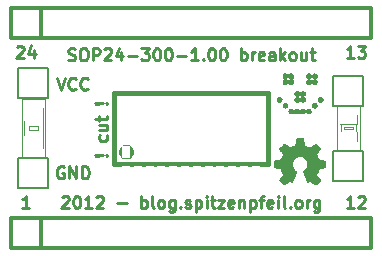
<source format=gto>
G04 (created by PCBNEW-RS274X (2012-jan-04)-stable) date Sun 02 Sep 2012 08:45:38 PM CEST*
G01*
G70*
G90*
%MOIN*%
G04 Gerber Fmt 3.4, Leading zero omitted, Abs format*
%FSLAX34Y34*%
G04 APERTURE LIST*
%ADD10C,0.006000*%
%ADD11C,0.010000*%
%ADD12C,0.002600*%
%ADD13C,0.002000*%
%ADD14C,0.004000*%
%ADD15C,0.012000*%
%ADD16C,0.015000*%
%ADD17C,0.000100*%
%ADD18R,0.059000X0.051100*%
%ADD19R,0.070800X0.062900*%
%ADD20R,0.060000X0.060000*%
%ADD21R,0.065000X0.065000*%
%ADD22C,0.065000*%
%ADD23R,0.025600X0.063000*%
%ADD24R,0.025600X0.039400*%
G04 APERTURE END LIST*
G54D10*
G54D11*
X54672Y-38407D02*
X54691Y-38388D01*
X54710Y-38407D01*
X54691Y-38426D01*
X54672Y-38407D01*
X54710Y-38407D01*
X54558Y-38407D02*
X54329Y-38426D01*
X54310Y-38407D01*
X54329Y-38388D01*
X54558Y-38407D01*
X54310Y-38407D01*
X54691Y-37740D02*
X54710Y-37778D01*
X54710Y-37855D01*
X54691Y-37893D01*
X54672Y-37912D01*
X54634Y-37931D01*
X54519Y-37931D01*
X54481Y-37912D01*
X54462Y-37893D01*
X54443Y-37855D01*
X54443Y-37778D01*
X54462Y-37740D01*
X54443Y-37397D02*
X54710Y-37397D01*
X54443Y-37569D02*
X54653Y-37569D01*
X54691Y-37550D01*
X54710Y-37512D01*
X54710Y-37454D01*
X54691Y-37416D01*
X54672Y-37397D01*
X54443Y-37264D02*
X54443Y-37112D01*
X54310Y-37207D02*
X54653Y-37207D01*
X54691Y-37188D01*
X54710Y-37150D01*
X54710Y-37112D01*
X54672Y-36673D02*
X54691Y-36654D01*
X54710Y-36673D01*
X54691Y-36692D01*
X54672Y-36673D01*
X54710Y-36673D01*
X54558Y-36673D02*
X54329Y-36692D01*
X54310Y-36673D01*
X54329Y-36654D01*
X54558Y-36673D01*
X54310Y-36673D01*
X53259Y-38797D02*
X53221Y-38778D01*
X53164Y-38778D01*
X53106Y-38797D01*
X53068Y-38835D01*
X53049Y-38873D01*
X53030Y-38949D01*
X53030Y-39006D01*
X53049Y-39083D01*
X53068Y-39121D01*
X53106Y-39159D01*
X53164Y-39178D01*
X53202Y-39178D01*
X53259Y-39159D01*
X53278Y-39140D01*
X53278Y-39006D01*
X53202Y-39006D01*
X53449Y-39178D02*
X53449Y-38778D01*
X53678Y-39178D01*
X53678Y-38778D01*
X53868Y-39178D02*
X53868Y-38778D01*
X53963Y-38778D01*
X54021Y-38797D01*
X54059Y-38835D01*
X54078Y-38873D01*
X54097Y-38949D01*
X54097Y-39006D01*
X54078Y-39083D01*
X54059Y-39121D01*
X54021Y-39159D01*
X53963Y-39178D01*
X53868Y-39178D01*
X53030Y-35825D02*
X53163Y-36225D01*
X53297Y-35825D01*
X53659Y-36187D02*
X53640Y-36206D01*
X53583Y-36225D01*
X53545Y-36225D01*
X53487Y-36206D01*
X53449Y-36168D01*
X53430Y-36130D01*
X53411Y-36053D01*
X53411Y-35996D01*
X53430Y-35920D01*
X53449Y-35882D01*
X53487Y-35844D01*
X53545Y-35825D01*
X53583Y-35825D01*
X53640Y-35844D01*
X53659Y-35863D01*
X54059Y-36187D02*
X54040Y-36206D01*
X53983Y-36225D01*
X53945Y-36225D01*
X53887Y-36206D01*
X53849Y-36168D01*
X53830Y-36130D01*
X53811Y-36053D01*
X53811Y-35996D01*
X53830Y-35920D01*
X53849Y-35882D01*
X53887Y-35844D01*
X53945Y-35825D01*
X53983Y-35825D01*
X54040Y-35844D01*
X54059Y-35863D01*
X53204Y-39800D02*
X53223Y-39781D01*
X53261Y-39762D01*
X53357Y-39762D01*
X53395Y-39781D01*
X53414Y-39800D01*
X53433Y-39838D01*
X53433Y-39876D01*
X53414Y-39933D01*
X53185Y-40162D01*
X53433Y-40162D01*
X53680Y-39762D02*
X53719Y-39762D01*
X53757Y-39781D01*
X53776Y-39800D01*
X53795Y-39838D01*
X53814Y-39914D01*
X53814Y-40010D01*
X53795Y-40086D01*
X53776Y-40124D01*
X53757Y-40143D01*
X53719Y-40162D01*
X53680Y-40162D01*
X53642Y-40143D01*
X53623Y-40124D01*
X53604Y-40086D01*
X53585Y-40010D01*
X53585Y-39914D01*
X53604Y-39838D01*
X53623Y-39800D01*
X53642Y-39781D01*
X53680Y-39762D01*
X54195Y-40162D02*
X53966Y-40162D01*
X54080Y-40162D02*
X54080Y-39762D01*
X54042Y-39819D01*
X54004Y-39857D01*
X53966Y-39876D01*
X54347Y-39800D02*
X54366Y-39781D01*
X54404Y-39762D01*
X54500Y-39762D01*
X54538Y-39781D01*
X54557Y-39800D01*
X54576Y-39838D01*
X54576Y-39876D01*
X54557Y-39933D01*
X54328Y-40162D01*
X54576Y-40162D01*
X55052Y-40010D02*
X55357Y-40010D01*
X55852Y-40162D02*
X55852Y-39762D01*
X55852Y-39914D02*
X55890Y-39895D01*
X55967Y-39895D01*
X56005Y-39914D01*
X56024Y-39933D01*
X56043Y-39971D01*
X56043Y-40086D01*
X56024Y-40124D01*
X56005Y-40143D01*
X55967Y-40162D01*
X55890Y-40162D01*
X55852Y-40143D01*
X56271Y-40162D02*
X56233Y-40143D01*
X56214Y-40105D01*
X56214Y-39762D01*
X56481Y-40162D02*
X56443Y-40143D01*
X56424Y-40124D01*
X56405Y-40086D01*
X56405Y-39971D01*
X56424Y-39933D01*
X56443Y-39914D01*
X56481Y-39895D01*
X56539Y-39895D01*
X56577Y-39914D01*
X56596Y-39933D01*
X56615Y-39971D01*
X56615Y-40086D01*
X56596Y-40124D01*
X56577Y-40143D01*
X56539Y-40162D01*
X56481Y-40162D01*
X56958Y-39895D02*
X56958Y-40219D01*
X56939Y-40257D01*
X56920Y-40276D01*
X56881Y-40295D01*
X56824Y-40295D01*
X56786Y-40276D01*
X56958Y-40143D02*
X56920Y-40162D01*
X56843Y-40162D01*
X56805Y-40143D01*
X56786Y-40124D01*
X56767Y-40086D01*
X56767Y-39971D01*
X56786Y-39933D01*
X56805Y-39914D01*
X56843Y-39895D01*
X56920Y-39895D01*
X56958Y-39914D01*
X57148Y-40124D02*
X57167Y-40143D01*
X57148Y-40162D01*
X57129Y-40143D01*
X57148Y-40124D01*
X57148Y-40162D01*
X57319Y-40143D02*
X57357Y-40162D01*
X57433Y-40162D01*
X57472Y-40143D01*
X57491Y-40105D01*
X57491Y-40086D01*
X57472Y-40048D01*
X57433Y-40029D01*
X57376Y-40029D01*
X57338Y-40010D01*
X57319Y-39971D01*
X57319Y-39952D01*
X57338Y-39914D01*
X57376Y-39895D01*
X57433Y-39895D01*
X57472Y-39914D01*
X57662Y-39895D02*
X57662Y-40295D01*
X57662Y-39914D02*
X57700Y-39895D01*
X57777Y-39895D01*
X57815Y-39914D01*
X57834Y-39933D01*
X57853Y-39971D01*
X57853Y-40086D01*
X57834Y-40124D01*
X57815Y-40143D01*
X57777Y-40162D01*
X57700Y-40162D01*
X57662Y-40143D01*
X58024Y-40162D02*
X58024Y-39895D01*
X58024Y-39762D02*
X58005Y-39781D01*
X58024Y-39800D01*
X58043Y-39781D01*
X58024Y-39762D01*
X58024Y-39800D01*
X58157Y-39895D02*
X58309Y-39895D01*
X58214Y-39762D02*
X58214Y-40105D01*
X58233Y-40143D01*
X58271Y-40162D01*
X58309Y-40162D01*
X58405Y-39895D02*
X58615Y-39895D01*
X58405Y-40162D01*
X58615Y-40162D01*
X58920Y-40143D02*
X58882Y-40162D01*
X58805Y-40162D01*
X58767Y-40143D01*
X58748Y-40105D01*
X58748Y-39952D01*
X58767Y-39914D01*
X58805Y-39895D01*
X58882Y-39895D01*
X58920Y-39914D01*
X58939Y-39952D01*
X58939Y-39990D01*
X58748Y-40029D01*
X59110Y-39895D02*
X59110Y-40162D01*
X59110Y-39933D02*
X59129Y-39914D01*
X59167Y-39895D01*
X59225Y-39895D01*
X59263Y-39914D01*
X59282Y-39952D01*
X59282Y-40162D01*
X59472Y-39895D02*
X59472Y-40295D01*
X59472Y-39914D02*
X59510Y-39895D01*
X59587Y-39895D01*
X59625Y-39914D01*
X59644Y-39933D01*
X59663Y-39971D01*
X59663Y-40086D01*
X59644Y-40124D01*
X59625Y-40143D01*
X59587Y-40162D01*
X59510Y-40162D01*
X59472Y-40143D01*
X59777Y-39895D02*
X59929Y-39895D01*
X59834Y-40162D02*
X59834Y-39819D01*
X59853Y-39781D01*
X59891Y-39762D01*
X59929Y-39762D01*
X60216Y-40143D02*
X60178Y-40162D01*
X60101Y-40162D01*
X60063Y-40143D01*
X60044Y-40105D01*
X60044Y-39952D01*
X60063Y-39914D01*
X60101Y-39895D01*
X60178Y-39895D01*
X60216Y-39914D01*
X60235Y-39952D01*
X60235Y-39990D01*
X60044Y-40029D01*
X60406Y-40162D02*
X60406Y-39895D01*
X60406Y-39762D02*
X60387Y-39781D01*
X60406Y-39800D01*
X60425Y-39781D01*
X60406Y-39762D01*
X60406Y-39800D01*
X60653Y-40162D02*
X60615Y-40143D01*
X60596Y-40105D01*
X60596Y-39762D01*
X60806Y-40124D02*
X60825Y-40143D01*
X60806Y-40162D01*
X60787Y-40143D01*
X60806Y-40124D01*
X60806Y-40162D01*
X61053Y-40162D02*
X61015Y-40143D01*
X60996Y-40124D01*
X60977Y-40086D01*
X60977Y-39971D01*
X60996Y-39933D01*
X61015Y-39914D01*
X61053Y-39895D01*
X61111Y-39895D01*
X61149Y-39914D01*
X61168Y-39933D01*
X61187Y-39971D01*
X61187Y-40086D01*
X61168Y-40124D01*
X61149Y-40143D01*
X61111Y-40162D01*
X61053Y-40162D01*
X61358Y-40162D02*
X61358Y-39895D01*
X61358Y-39971D02*
X61377Y-39933D01*
X61396Y-39914D01*
X61434Y-39895D01*
X61473Y-39895D01*
X61778Y-39895D02*
X61778Y-40219D01*
X61759Y-40257D01*
X61740Y-40276D01*
X61701Y-40295D01*
X61644Y-40295D01*
X61606Y-40276D01*
X61778Y-40143D02*
X61740Y-40162D01*
X61663Y-40162D01*
X61625Y-40143D01*
X61606Y-40124D01*
X61587Y-40086D01*
X61587Y-39971D01*
X61606Y-39933D01*
X61625Y-39914D01*
X61663Y-39895D01*
X61740Y-39895D01*
X61778Y-39914D01*
X53414Y-35222D02*
X53471Y-35241D01*
X53567Y-35241D01*
X53605Y-35222D01*
X53624Y-35203D01*
X53643Y-35165D01*
X53643Y-35127D01*
X53624Y-35089D01*
X53605Y-35069D01*
X53567Y-35050D01*
X53490Y-35031D01*
X53452Y-35012D01*
X53433Y-34993D01*
X53414Y-34955D01*
X53414Y-34917D01*
X53433Y-34879D01*
X53452Y-34860D01*
X53490Y-34841D01*
X53586Y-34841D01*
X53643Y-34860D01*
X53890Y-34841D02*
X53967Y-34841D01*
X54005Y-34860D01*
X54043Y-34898D01*
X54062Y-34974D01*
X54062Y-35108D01*
X54043Y-35184D01*
X54005Y-35222D01*
X53967Y-35241D01*
X53890Y-35241D01*
X53852Y-35222D01*
X53814Y-35184D01*
X53795Y-35108D01*
X53795Y-34974D01*
X53814Y-34898D01*
X53852Y-34860D01*
X53890Y-34841D01*
X54233Y-35241D02*
X54233Y-34841D01*
X54386Y-34841D01*
X54424Y-34860D01*
X54443Y-34879D01*
X54462Y-34917D01*
X54462Y-34974D01*
X54443Y-35012D01*
X54424Y-35031D01*
X54386Y-35050D01*
X54233Y-35050D01*
X54614Y-34879D02*
X54633Y-34860D01*
X54671Y-34841D01*
X54767Y-34841D01*
X54805Y-34860D01*
X54824Y-34879D01*
X54843Y-34917D01*
X54843Y-34955D01*
X54824Y-35012D01*
X54595Y-35241D01*
X54843Y-35241D01*
X55186Y-34974D02*
X55186Y-35241D01*
X55090Y-34822D02*
X54995Y-35108D01*
X55243Y-35108D01*
X55395Y-35089D02*
X55700Y-35089D01*
X55852Y-34841D02*
X56100Y-34841D01*
X55966Y-34993D01*
X56024Y-34993D01*
X56062Y-35012D01*
X56081Y-35031D01*
X56100Y-35069D01*
X56100Y-35165D01*
X56081Y-35203D01*
X56062Y-35222D01*
X56024Y-35241D01*
X55909Y-35241D01*
X55871Y-35222D01*
X55852Y-35203D01*
X56347Y-34841D02*
X56386Y-34841D01*
X56424Y-34860D01*
X56443Y-34879D01*
X56462Y-34917D01*
X56481Y-34993D01*
X56481Y-35089D01*
X56462Y-35165D01*
X56443Y-35203D01*
X56424Y-35222D01*
X56386Y-35241D01*
X56347Y-35241D01*
X56309Y-35222D01*
X56290Y-35203D01*
X56271Y-35165D01*
X56252Y-35089D01*
X56252Y-34993D01*
X56271Y-34917D01*
X56290Y-34879D01*
X56309Y-34860D01*
X56347Y-34841D01*
X56728Y-34841D02*
X56767Y-34841D01*
X56805Y-34860D01*
X56824Y-34879D01*
X56843Y-34917D01*
X56862Y-34993D01*
X56862Y-35089D01*
X56843Y-35165D01*
X56824Y-35203D01*
X56805Y-35222D01*
X56767Y-35241D01*
X56728Y-35241D01*
X56690Y-35222D01*
X56671Y-35203D01*
X56652Y-35165D01*
X56633Y-35089D01*
X56633Y-34993D01*
X56652Y-34917D01*
X56671Y-34879D01*
X56690Y-34860D01*
X56728Y-34841D01*
X57033Y-35089D02*
X57338Y-35089D01*
X57738Y-35241D02*
X57509Y-35241D01*
X57623Y-35241D02*
X57623Y-34841D01*
X57585Y-34898D01*
X57547Y-34936D01*
X57509Y-34955D01*
X57909Y-35203D02*
X57928Y-35222D01*
X57909Y-35241D01*
X57890Y-35222D01*
X57909Y-35203D01*
X57909Y-35241D01*
X58175Y-34841D02*
X58214Y-34841D01*
X58252Y-34860D01*
X58271Y-34879D01*
X58290Y-34917D01*
X58309Y-34993D01*
X58309Y-35089D01*
X58290Y-35165D01*
X58271Y-35203D01*
X58252Y-35222D01*
X58214Y-35241D01*
X58175Y-35241D01*
X58137Y-35222D01*
X58118Y-35203D01*
X58099Y-35165D01*
X58080Y-35089D01*
X58080Y-34993D01*
X58099Y-34917D01*
X58118Y-34879D01*
X58137Y-34860D01*
X58175Y-34841D01*
X58556Y-34841D02*
X58595Y-34841D01*
X58633Y-34860D01*
X58652Y-34879D01*
X58671Y-34917D01*
X58690Y-34993D01*
X58690Y-35089D01*
X58671Y-35165D01*
X58652Y-35203D01*
X58633Y-35222D01*
X58595Y-35241D01*
X58556Y-35241D01*
X58518Y-35222D01*
X58499Y-35203D01*
X58480Y-35165D01*
X58461Y-35089D01*
X58461Y-34993D01*
X58480Y-34917D01*
X58499Y-34879D01*
X58518Y-34860D01*
X58556Y-34841D01*
X59166Y-35241D02*
X59166Y-34841D01*
X59166Y-34993D02*
X59204Y-34974D01*
X59281Y-34974D01*
X59319Y-34993D01*
X59338Y-35012D01*
X59357Y-35050D01*
X59357Y-35165D01*
X59338Y-35203D01*
X59319Y-35222D01*
X59281Y-35241D01*
X59204Y-35241D01*
X59166Y-35222D01*
X59528Y-35241D02*
X59528Y-34974D01*
X59528Y-35050D02*
X59547Y-35012D01*
X59566Y-34993D01*
X59604Y-34974D01*
X59643Y-34974D01*
X59929Y-35222D02*
X59891Y-35241D01*
X59814Y-35241D01*
X59776Y-35222D01*
X59757Y-35184D01*
X59757Y-35031D01*
X59776Y-34993D01*
X59814Y-34974D01*
X59891Y-34974D01*
X59929Y-34993D01*
X59948Y-35031D01*
X59948Y-35069D01*
X59757Y-35108D01*
X60291Y-35241D02*
X60291Y-35031D01*
X60272Y-34993D01*
X60234Y-34974D01*
X60157Y-34974D01*
X60119Y-34993D01*
X60291Y-35222D02*
X60253Y-35241D01*
X60157Y-35241D01*
X60119Y-35222D01*
X60100Y-35184D01*
X60100Y-35146D01*
X60119Y-35108D01*
X60157Y-35089D01*
X60253Y-35089D01*
X60291Y-35069D01*
X60481Y-35241D02*
X60481Y-34841D01*
X60519Y-35089D02*
X60634Y-35241D01*
X60634Y-34974D02*
X60481Y-35127D01*
X60862Y-35241D02*
X60824Y-35222D01*
X60805Y-35203D01*
X60786Y-35165D01*
X60786Y-35050D01*
X60805Y-35012D01*
X60824Y-34993D01*
X60862Y-34974D01*
X60920Y-34974D01*
X60958Y-34993D01*
X60977Y-35012D01*
X60996Y-35050D01*
X60996Y-35165D01*
X60977Y-35203D01*
X60958Y-35222D01*
X60920Y-35241D01*
X60862Y-35241D01*
X61339Y-34974D02*
X61339Y-35241D01*
X61167Y-34974D02*
X61167Y-35184D01*
X61186Y-35222D01*
X61224Y-35241D01*
X61282Y-35241D01*
X61320Y-35222D01*
X61339Y-35203D01*
X61472Y-34974D02*
X61624Y-34974D01*
X61529Y-34841D02*
X61529Y-35184D01*
X61548Y-35222D01*
X61586Y-35241D01*
X61624Y-35241D01*
X51695Y-34800D02*
X51714Y-34781D01*
X51752Y-34762D01*
X51848Y-34762D01*
X51886Y-34781D01*
X51905Y-34800D01*
X51924Y-34838D01*
X51924Y-34876D01*
X51905Y-34933D01*
X51676Y-35162D01*
X51924Y-35162D01*
X52267Y-34895D02*
X52267Y-35162D01*
X52171Y-34743D02*
X52076Y-35029D01*
X52324Y-35029D01*
X62924Y-35162D02*
X62695Y-35162D01*
X62809Y-35162D02*
X62809Y-34762D01*
X62771Y-34819D01*
X62733Y-34857D01*
X62695Y-34876D01*
X63057Y-34762D02*
X63305Y-34762D01*
X63171Y-34914D01*
X63229Y-34914D01*
X63267Y-34933D01*
X63286Y-34952D01*
X63305Y-34990D01*
X63305Y-35086D01*
X63286Y-35124D01*
X63267Y-35143D01*
X63229Y-35162D01*
X63114Y-35162D01*
X63076Y-35143D01*
X63057Y-35124D01*
X62924Y-40162D02*
X62695Y-40162D01*
X62809Y-40162D02*
X62809Y-39762D01*
X62771Y-39819D01*
X62733Y-39857D01*
X62695Y-39876D01*
X63076Y-39800D02*
X63095Y-39781D01*
X63133Y-39762D01*
X63229Y-39762D01*
X63267Y-39781D01*
X63286Y-39800D01*
X63305Y-39838D01*
X63305Y-39876D01*
X63286Y-39933D01*
X63057Y-40162D01*
X63305Y-40162D01*
X52115Y-40162D02*
X51886Y-40162D01*
X52000Y-40162D02*
X52000Y-39762D01*
X51962Y-39819D01*
X51924Y-39857D01*
X51886Y-39876D01*
G54D12*
X62465Y-37071D02*
X62465Y-37366D01*
X62465Y-37366D02*
X63035Y-37366D01*
X63035Y-37071D02*
X63035Y-37366D01*
X62465Y-37071D02*
X63035Y-37071D01*
X62465Y-37640D02*
X62465Y-37935D01*
X62465Y-37935D02*
X63035Y-37935D01*
X63035Y-37640D02*
X63035Y-37935D01*
X62465Y-37640D02*
X63035Y-37640D01*
X62593Y-37461D02*
X62593Y-37539D01*
X62593Y-37539D02*
X62907Y-37539D01*
X62907Y-37461D02*
X62907Y-37539D01*
X62593Y-37461D02*
X62907Y-37461D01*
G54D13*
X63137Y-36724D02*
X63137Y-38276D01*
X62363Y-38276D02*
X62363Y-36724D01*
X62363Y-36724D02*
X63137Y-36724D01*
G54D14*
X63009Y-37350D02*
X63009Y-37650D01*
X62491Y-37360D02*
X62491Y-37650D01*
G54D13*
X63137Y-38276D02*
X62363Y-38276D01*
G54D12*
X51915Y-36830D02*
X51915Y-37126D01*
X51915Y-37126D02*
X52584Y-37126D01*
X52584Y-36830D02*
X52584Y-37126D01*
X51915Y-36830D02*
X52584Y-36830D01*
X51916Y-37874D02*
X51916Y-38170D01*
X51916Y-38170D02*
X52585Y-38170D01*
X52585Y-37874D02*
X52585Y-38170D01*
X51916Y-37874D02*
X52585Y-37874D01*
X52093Y-37422D02*
X52093Y-37578D01*
X52093Y-37578D02*
X52407Y-37578D01*
X52407Y-37422D02*
X52407Y-37578D01*
X52093Y-37422D02*
X52407Y-37422D01*
G54D13*
X52637Y-36527D02*
X52637Y-38473D01*
X51863Y-38473D02*
X51863Y-36527D01*
X51863Y-36527D02*
X52637Y-36527D01*
X52637Y-38473D02*
X51863Y-38473D01*
G54D14*
X52559Y-37121D02*
X52559Y-37879D01*
X51941Y-37121D02*
X51941Y-37879D01*
G54D10*
X52750Y-36500D02*
X51750Y-36500D01*
X51750Y-35500D02*
X52750Y-35500D01*
X51750Y-36500D02*
X51750Y-35500D01*
X52750Y-35500D02*
X52750Y-36500D01*
X63250Y-36750D02*
X62250Y-36750D01*
X62250Y-35750D02*
X63250Y-35750D01*
X62250Y-36750D02*
X62250Y-35750D01*
X63250Y-35750D02*
X63250Y-36750D01*
X52750Y-39500D02*
X51750Y-39500D01*
X51750Y-38500D02*
X52750Y-38500D01*
X51750Y-39500D02*
X51750Y-38500D01*
X52750Y-38500D02*
X52750Y-39500D01*
X63250Y-39250D02*
X62250Y-39250D01*
X62250Y-38250D02*
X63250Y-38250D01*
X62250Y-39250D02*
X62250Y-38250D01*
X63250Y-38250D02*
X63250Y-39250D01*
G54D15*
X51500Y-34500D02*
X51500Y-34500D01*
X51500Y-34500D02*
X51500Y-33500D01*
X51500Y-33500D02*
X61500Y-33500D01*
X61500Y-34500D02*
X51500Y-34500D01*
X52500Y-34500D02*
X52500Y-33500D01*
X61500Y-33500D02*
X63250Y-33500D01*
X63250Y-33500D02*
X63500Y-33500D01*
X63500Y-33500D02*
X63500Y-34500D01*
X63500Y-34500D02*
X61500Y-34500D01*
X51500Y-41500D02*
X51500Y-41500D01*
X51500Y-41500D02*
X51500Y-40500D01*
X51500Y-40500D02*
X61500Y-40500D01*
X61500Y-41500D02*
X51500Y-41500D01*
X52500Y-41500D02*
X52500Y-40500D01*
X61500Y-40500D02*
X63250Y-40500D01*
X63250Y-40500D02*
X63500Y-40500D01*
X63500Y-40500D02*
X63500Y-41500D01*
X63500Y-41500D02*
X61500Y-41500D01*
G54D16*
X55492Y-38287D02*
X55489Y-38317D01*
X55480Y-38346D01*
X55465Y-38373D01*
X55446Y-38397D01*
X55422Y-38417D01*
X55395Y-38431D01*
X55366Y-38440D01*
X55336Y-38443D01*
X55306Y-38441D01*
X55277Y-38432D01*
X55250Y-38418D01*
X55226Y-38399D01*
X55206Y-38375D01*
X55191Y-38348D01*
X55182Y-38319D01*
X55179Y-38289D01*
X55181Y-38259D01*
X55190Y-38230D01*
X55204Y-38202D01*
X55223Y-38178D01*
X55246Y-38159D01*
X55273Y-38144D01*
X55302Y-38134D01*
X55332Y-38131D01*
X55362Y-38133D01*
X55391Y-38141D01*
X55419Y-38155D01*
X55443Y-38174D01*
X55463Y-38197D01*
X55478Y-38224D01*
X55488Y-38253D01*
X55491Y-38283D01*
X55492Y-38287D01*
X55413Y-38288D02*
X55411Y-38303D01*
X55407Y-38317D01*
X55399Y-38331D01*
X55390Y-38342D01*
X55378Y-38352D01*
X55365Y-38359D01*
X55350Y-38364D01*
X55335Y-38365D01*
X55321Y-38364D01*
X55306Y-38360D01*
X55293Y-38353D01*
X55281Y-38343D01*
X55271Y-38332D01*
X55264Y-38318D01*
X55259Y-38304D01*
X55258Y-38289D01*
X55259Y-38274D01*
X55263Y-38260D01*
X55270Y-38246D01*
X55279Y-38234D01*
X55291Y-38224D01*
X55304Y-38217D01*
X55319Y-38212D01*
X55334Y-38211D01*
X55348Y-38212D01*
X55363Y-38216D01*
X55376Y-38223D01*
X55388Y-38232D01*
X55398Y-38244D01*
X55406Y-38257D01*
X55411Y-38271D01*
X55412Y-38286D01*
X55413Y-38288D01*
X54941Y-36319D02*
X60059Y-36319D01*
X60059Y-36319D02*
X60059Y-38681D01*
X60059Y-38681D02*
X54941Y-38681D01*
X54941Y-38681D02*
X54941Y-36319D01*
G54D17*
G36*
X60611Y-39409D02*
X60620Y-39404D01*
X60641Y-39391D01*
X60670Y-39372D01*
X60705Y-39349D01*
X60739Y-39325D01*
X60768Y-39306D01*
X60788Y-39293D01*
X60796Y-39289D01*
X60801Y-39290D01*
X60817Y-39298D01*
X60841Y-39311D01*
X60855Y-39318D01*
X60877Y-39327D01*
X60888Y-39329D01*
X60890Y-39326D01*
X60898Y-39310D01*
X60910Y-39281D01*
X60927Y-39243D01*
X60946Y-39198D01*
X60966Y-39150D01*
X60987Y-39102D01*
X61006Y-39055D01*
X61023Y-39013D01*
X61037Y-38979D01*
X61046Y-38955D01*
X61049Y-38945D01*
X61048Y-38943D01*
X61037Y-38932D01*
X61018Y-38918D01*
X60977Y-38884D01*
X60936Y-38833D01*
X60911Y-38775D01*
X60902Y-38710D01*
X60909Y-38651D01*
X60933Y-38594D01*
X60973Y-38542D01*
X61022Y-38504D01*
X61078Y-38479D01*
X61142Y-38471D01*
X61203Y-38478D01*
X61261Y-38501D01*
X61313Y-38541D01*
X61335Y-38566D01*
X61365Y-38618D01*
X61382Y-38674D01*
X61384Y-38688D01*
X61381Y-38750D01*
X61363Y-38809D01*
X61331Y-38861D01*
X61286Y-38905D01*
X61280Y-38909D01*
X61259Y-38924D01*
X61245Y-38935D01*
X61234Y-38944D01*
X61312Y-39133D01*
X61325Y-39163D01*
X61346Y-39214D01*
X61365Y-39259D01*
X61381Y-39294D01*
X61391Y-39318D01*
X61396Y-39327D01*
X61396Y-39328D01*
X61403Y-39329D01*
X61417Y-39324D01*
X61444Y-39311D01*
X61461Y-39302D01*
X61481Y-39292D01*
X61490Y-39289D01*
X61498Y-39293D01*
X61517Y-39305D01*
X61545Y-39324D01*
X61579Y-39347D01*
X61611Y-39369D01*
X61640Y-39388D01*
X61662Y-39402D01*
X61672Y-39408D01*
X61674Y-39408D01*
X61683Y-39403D01*
X61700Y-39388D01*
X61726Y-39364D01*
X61762Y-39328D01*
X61768Y-39323D01*
X61798Y-39292D01*
X61822Y-39267D01*
X61838Y-39249D01*
X61844Y-39240D01*
X61844Y-39240D01*
X61839Y-39230D01*
X61825Y-39209D01*
X61806Y-39179D01*
X61782Y-39144D01*
X61719Y-39053D01*
X61754Y-38967D01*
X61764Y-38941D01*
X61778Y-38909D01*
X61788Y-38887D01*
X61793Y-38877D01*
X61802Y-38873D01*
X61825Y-38868D01*
X61859Y-38861D01*
X61900Y-38853D01*
X61939Y-38846D01*
X61973Y-38839D01*
X61999Y-38834D01*
X62010Y-38832D01*
X62013Y-38831D01*
X62015Y-38825D01*
X62016Y-38813D01*
X62017Y-38792D01*
X62018Y-38759D01*
X62018Y-38710D01*
X62018Y-38705D01*
X62017Y-38659D01*
X62017Y-38622D01*
X62015Y-38599D01*
X62014Y-38589D01*
X62014Y-38589D01*
X62003Y-38587D01*
X61978Y-38581D01*
X61943Y-38575D01*
X61902Y-38567D01*
X61899Y-38566D01*
X61858Y-38558D01*
X61823Y-38551D01*
X61799Y-38545D01*
X61788Y-38542D01*
X61786Y-38539D01*
X61778Y-38523D01*
X61766Y-38497D01*
X61752Y-38466D01*
X61739Y-38433D01*
X61727Y-38404D01*
X61719Y-38382D01*
X61717Y-38372D01*
X61717Y-38372D01*
X61723Y-38362D01*
X61737Y-38341D01*
X61757Y-38311D01*
X61782Y-38276D01*
X61783Y-38273D01*
X61807Y-38238D01*
X61827Y-38208D01*
X61839Y-38187D01*
X61844Y-38178D01*
X61844Y-38177D01*
X61836Y-38167D01*
X61818Y-38147D01*
X61793Y-38120D01*
X61762Y-38089D01*
X61752Y-38079D01*
X61718Y-38046D01*
X61695Y-38024D01*
X61680Y-38013D01*
X61673Y-38010D01*
X61673Y-38010D01*
X61662Y-38017D01*
X61640Y-38031D01*
X61610Y-38052D01*
X61574Y-38076D01*
X61572Y-38077D01*
X61537Y-38101D01*
X61508Y-38121D01*
X61487Y-38135D01*
X61478Y-38140D01*
X61476Y-38140D01*
X61462Y-38136D01*
X61437Y-38127D01*
X61407Y-38115D01*
X61374Y-38102D01*
X61345Y-38090D01*
X61323Y-38080D01*
X61312Y-38074D01*
X61312Y-38073D01*
X61308Y-38061D01*
X61302Y-38035D01*
X61295Y-37999D01*
X61287Y-37956D01*
X61285Y-37949D01*
X61277Y-37907D01*
X61271Y-37873D01*
X61266Y-37849D01*
X61263Y-37839D01*
X61257Y-37838D01*
X61237Y-37836D01*
X61206Y-37835D01*
X61168Y-37835D01*
X61129Y-37835D01*
X61090Y-37836D01*
X61057Y-37837D01*
X61034Y-37839D01*
X61024Y-37841D01*
X61023Y-37841D01*
X61020Y-37854D01*
X61014Y-37880D01*
X61007Y-37917D01*
X60998Y-37960D01*
X60997Y-37967D01*
X60989Y-38009D01*
X60982Y-38043D01*
X60977Y-38067D01*
X60974Y-38076D01*
X60971Y-38078D01*
X60953Y-38085D01*
X60925Y-38097D01*
X60891Y-38111D01*
X60811Y-38143D01*
X60712Y-38076D01*
X60703Y-38070D01*
X60668Y-38046D01*
X60639Y-38026D01*
X60619Y-38013D01*
X60610Y-38009D01*
X60610Y-38009D01*
X60600Y-38018D01*
X60580Y-38036D01*
X60554Y-38062D01*
X60523Y-38093D01*
X60500Y-38115D01*
X60473Y-38143D01*
X60455Y-38162D01*
X60446Y-38174D01*
X60443Y-38181D01*
X60444Y-38186D01*
X60450Y-38196D01*
X60464Y-38217D01*
X60485Y-38247D01*
X60509Y-38282D01*
X60528Y-38311D01*
X60550Y-38344D01*
X60564Y-38368D01*
X60568Y-38379D01*
X60567Y-38384D01*
X60560Y-38403D01*
X60549Y-38432D01*
X60534Y-38467D01*
X60500Y-38545D01*
X60449Y-38555D01*
X60418Y-38560D01*
X60374Y-38569D01*
X60333Y-38577D01*
X60268Y-38589D01*
X60266Y-38826D01*
X60276Y-38830D01*
X60286Y-38833D01*
X60310Y-38838D01*
X60344Y-38845D01*
X60384Y-38853D01*
X60418Y-38859D01*
X60453Y-38866D01*
X60478Y-38871D01*
X60489Y-38873D01*
X60492Y-38877D01*
X60500Y-38893D01*
X60513Y-38920D01*
X60526Y-38952D01*
X60540Y-38985D01*
X60552Y-39016D01*
X60561Y-39039D01*
X60564Y-39052D01*
X60559Y-39061D01*
X60546Y-39081D01*
X60527Y-39110D01*
X60504Y-39144D01*
X60480Y-39179D01*
X60460Y-39208D01*
X60447Y-39229D01*
X60441Y-39239D01*
X60444Y-39246D01*
X60457Y-39262D01*
X60483Y-39289D01*
X60522Y-39327D01*
X60528Y-39333D01*
X60559Y-39363D01*
X60585Y-39387D01*
X60603Y-39403D01*
X60611Y-39409D01*
X60611Y-39409D01*
G37*
G36*
X61438Y-37045D02*
X61457Y-37042D01*
X61476Y-37036D01*
X61484Y-37032D01*
X61500Y-37020D01*
X61514Y-37006D01*
X61524Y-36989D01*
X61530Y-36971D01*
X61533Y-36952D01*
X61533Y-36933D01*
X61528Y-36914D01*
X61519Y-36895D01*
X61514Y-36887D01*
X61505Y-36878D01*
X61496Y-36870D01*
X61488Y-36864D01*
X61485Y-36862D01*
X61468Y-36854D01*
X61451Y-36850D01*
X61431Y-36849D01*
X61425Y-36849D01*
X61414Y-36851D01*
X61405Y-36853D01*
X61394Y-36858D01*
X61383Y-36864D01*
X61367Y-36877D01*
X61354Y-36892D01*
X61344Y-36910D01*
X61342Y-36919D01*
X61339Y-36928D01*
X61338Y-36936D01*
X61338Y-36937D01*
X61338Y-36937D01*
X61337Y-36933D01*
X61337Y-36932D01*
X61334Y-36920D01*
X61329Y-36907D01*
X61323Y-36896D01*
X61312Y-36881D01*
X61297Y-36867D01*
X61280Y-36857D01*
X61261Y-36851D01*
X61240Y-36849D01*
X61235Y-36849D01*
X61219Y-36851D01*
X61204Y-36855D01*
X61202Y-36856D01*
X61185Y-36865D01*
X61170Y-36878D01*
X61158Y-36892D01*
X61149Y-36909D01*
X61144Y-36926D01*
X61143Y-36927D01*
X61142Y-36932D01*
X61142Y-36934D01*
X61142Y-36934D01*
X61142Y-36931D01*
X61140Y-36926D01*
X61140Y-36924D01*
X61134Y-36907D01*
X61125Y-36891D01*
X61112Y-36876D01*
X61101Y-36866D01*
X61083Y-36856D01*
X61065Y-36851D01*
X61044Y-36849D01*
X61029Y-36850D01*
X61010Y-36855D01*
X60992Y-36864D01*
X60976Y-36876D01*
X60963Y-36892D01*
X60962Y-36894D01*
X60958Y-36901D01*
X60954Y-36907D01*
X60953Y-36912D01*
X60950Y-36921D01*
X60948Y-36929D01*
X60947Y-36936D01*
X60947Y-36937D01*
X60946Y-36937D01*
X60946Y-36933D01*
X60943Y-36922D01*
X60939Y-36909D01*
X60933Y-36897D01*
X60921Y-36881D01*
X60906Y-36867D01*
X60889Y-36857D01*
X60870Y-36851D01*
X60849Y-36849D01*
X60831Y-36850D01*
X60811Y-36856D01*
X60794Y-36865D01*
X60778Y-36879D01*
X60771Y-36887D01*
X60763Y-36898D01*
X60757Y-36910D01*
X60754Y-36921D01*
X60751Y-36940D01*
X60751Y-36959D01*
X60756Y-36978D01*
X60763Y-36995D01*
X60774Y-37010D01*
X60787Y-37023D01*
X60803Y-37034D01*
X60821Y-37041D01*
X60841Y-37044D01*
X60843Y-37044D01*
X60863Y-37044D01*
X60881Y-37039D01*
X60899Y-37030D01*
X60906Y-37026D01*
X60919Y-37015D01*
X60930Y-37001D01*
X60938Y-36986D01*
X60941Y-36981D01*
X60943Y-36972D01*
X60945Y-36964D01*
X60946Y-36957D01*
X60946Y-36953D01*
X60947Y-36957D01*
X60947Y-36960D01*
X60949Y-36969D01*
X60952Y-36979D01*
X60955Y-36987D01*
X60960Y-36996D01*
X60972Y-37012D01*
X60987Y-37026D01*
X61004Y-37036D01*
X61023Y-37043D01*
X61027Y-37043D01*
X61040Y-37044D01*
X61054Y-37044D01*
X61067Y-37042D01*
X61080Y-37038D01*
X61099Y-37028D01*
X61115Y-37015D01*
X61116Y-37014D01*
X61127Y-37000D01*
X61135Y-36983D01*
X61140Y-36967D01*
X61141Y-36966D01*
X61142Y-36961D01*
X61142Y-36959D01*
X61142Y-36961D01*
X61143Y-36965D01*
X61143Y-36966D01*
X61146Y-36976D01*
X61151Y-36988D01*
X61156Y-36998D01*
X61165Y-37010D01*
X61180Y-37024D01*
X61197Y-37035D01*
X61216Y-37042D01*
X61220Y-37043D01*
X61233Y-37044D01*
X61247Y-37044D01*
X61260Y-37043D01*
X61271Y-37040D01*
X61289Y-37031D01*
X61305Y-37019D01*
X61319Y-37004D01*
X61329Y-36987D01*
X61331Y-36981D01*
X61334Y-36972D01*
X61336Y-36964D01*
X61337Y-36957D01*
X61337Y-36956D01*
X61337Y-36956D01*
X61338Y-36960D01*
X61338Y-36961D01*
X61341Y-36973D01*
X61346Y-36986D01*
X61352Y-36998D01*
X61354Y-37002D01*
X61367Y-37016D01*
X61382Y-37029D01*
X61399Y-37038D01*
X61418Y-37043D01*
X61438Y-37045D01*
X61438Y-37045D01*
G37*
G36*
X60646Y-36849D02*
X60658Y-36848D01*
X60669Y-36847D01*
X60683Y-36844D01*
X60701Y-36836D01*
X60717Y-36824D01*
X60731Y-36809D01*
X60741Y-36792D01*
X60748Y-36774D01*
X60750Y-36754D01*
X60749Y-36734D01*
X60744Y-36715D01*
X60735Y-36698D01*
X60723Y-36682D01*
X60707Y-36669D01*
X60702Y-36666D01*
X60683Y-36657D01*
X60663Y-36653D01*
X60643Y-36653D01*
X60623Y-36657D01*
X60607Y-36664D01*
X60590Y-36675D01*
X60576Y-36690D01*
X60565Y-36707D01*
X60557Y-36727D01*
X60555Y-36736D01*
X60555Y-36749D01*
X60555Y-36762D01*
X60557Y-36772D01*
X60558Y-36776D01*
X60565Y-36796D01*
X60577Y-36813D01*
X60592Y-36827D01*
X60609Y-36839D01*
X60618Y-36842D01*
X60629Y-36846D01*
X60639Y-36848D01*
X60646Y-36849D01*
X60646Y-36849D01*
G37*
G36*
X61634Y-36849D02*
X61654Y-36846D01*
X61673Y-36839D01*
X61692Y-36828D01*
X61695Y-36825D01*
X61709Y-36811D01*
X61720Y-36794D01*
X61727Y-36775D01*
X61729Y-36765D01*
X61729Y-36752D01*
X61729Y-36739D01*
X61727Y-36729D01*
X61726Y-36724D01*
X61718Y-36705D01*
X61707Y-36688D01*
X61693Y-36674D01*
X61676Y-36663D01*
X61657Y-36656D01*
X61637Y-36653D01*
X61629Y-36652D01*
X61610Y-36655D01*
X61591Y-36661D01*
X61575Y-36671D01*
X61560Y-36683D01*
X61549Y-36698D01*
X61540Y-36716D01*
X61535Y-36735D01*
X61534Y-36755D01*
X61535Y-36767D01*
X61537Y-36778D01*
X61541Y-36789D01*
X61549Y-36804D01*
X61562Y-36819D01*
X61577Y-36832D01*
X61595Y-36841D01*
X61614Y-36847D01*
X61634Y-36849D01*
X61634Y-36849D01*
G37*
G36*
X60451Y-36652D02*
X60465Y-36652D01*
X60477Y-36651D01*
X60491Y-36646D01*
X60509Y-36637D01*
X60525Y-36624D01*
X60536Y-36612D01*
X60546Y-36595D01*
X60552Y-36576D01*
X60554Y-36568D01*
X60554Y-36556D01*
X60554Y-36544D01*
X60553Y-36534D01*
X60551Y-36528D01*
X60543Y-36509D01*
X60532Y-36492D01*
X60517Y-36478D01*
X60500Y-36467D01*
X60493Y-36464D01*
X60480Y-36459D01*
X60468Y-36457D01*
X60453Y-36457D01*
X60444Y-36458D01*
X60433Y-36459D01*
X60423Y-36462D01*
X60413Y-36467D01*
X60406Y-36470D01*
X60390Y-36482D01*
X60377Y-36497D01*
X60366Y-36515D01*
X60360Y-36535D01*
X60359Y-36540D01*
X60359Y-36551D01*
X60359Y-36564D01*
X60360Y-36574D01*
X60362Y-36581D01*
X60369Y-36600D01*
X60381Y-36617D01*
X60395Y-36631D01*
X60412Y-36642D01*
X60432Y-36650D01*
X60438Y-36651D01*
X60451Y-36652D01*
X60451Y-36652D01*
G37*
G36*
X61237Y-36652D02*
X61257Y-36651D01*
X61275Y-36646D01*
X61286Y-36641D01*
X61303Y-36629D01*
X61317Y-36615D01*
X61328Y-36597D01*
X61335Y-36578D01*
X61336Y-36574D01*
X61338Y-36558D01*
X61337Y-36543D01*
X61333Y-36526D01*
X61325Y-36507D01*
X61314Y-36491D01*
X61299Y-36477D01*
X61282Y-36466D01*
X61262Y-36459D01*
X61249Y-36456D01*
X61256Y-36455D01*
X61257Y-36455D01*
X61271Y-36451D01*
X61286Y-36445D01*
X61300Y-36436D01*
X61302Y-36434D01*
X61316Y-36420D01*
X61327Y-36403D01*
X61334Y-36385D01*
X61337Y-36366D01*
X61337Y-36347D01*
X61332Y-36328D01*
X61324Y-36310D01*
X61324Y-36309D01*
X61311Y-36293D01*
X61297Y-36280D01*
X61280Y-36270D01*
X61262Y-36264D01*
X61243Y-36262D01*
X61224Y-36263D01*
X61206Y-36267D01*
X61188Y-36276D01*
X61172Y-36288D01*
X61163Y-36298D01*
X61154Y-36312D01*
X61147Y-36327D01*
X61143Y-36342D01*
X61142Y-36345D01*
X61142Y-36347D01*
X61142Y-36346D01*
X61141Y-36342D01*
X61138Y-36329D01*
X61132Y-36315D01*
X61123Y-36301D01*
X61119Y-36295D01*
X61104Y-36281D01*
X61087Y-36271D01*
X61068Y-36264D01*
X61048Y-36261D01*
X61028Y-36263D01*
X61016Y-36266D01*
X60997Y-36274D01*
X60981Y-36285D01*
X60967Y-36300D01*
X60956Y-36317D01*
X60949Y-36336D01*
X60947Y-36346D01*
X60947Y-36365D01*
X60950Y-36385D01*
X60957Y-36403D01*
X60968Y-36420D01*
X60982Y-36434D01*
X61000Y-36446D01*
X61007Y-36449D01*
X61016Y-36452D01*
X61025Y-36455D01*
X61031Y-36456D01*
X61032Y-36456D01*
X61032Y-36456D01*
X61027Y-36458D01*
X61018Y-36460D01*
X61005Y-36465D01*
X60994Y-36471D01*
X60987Y-36475D01*
X60974Y-36486D01*
X60963Y-36500D01*
X60954Y-36515D01*
X60949Y-36531D01*
X60947Y-36549D01*
X60947Y-36566D01*
X60948Y-36569D01*
X60953Y-36590D01*
X60962Y-36608D01*
X60976Y-36624D01*
X60986Y-36633D01*
X61004Y-36644D01*
X61023Y-36651D01*
X61031Y-36652D01*
X61041Y-36652D01*
X61053Y-36652D01*
X61063Y-36651D01*
X61071Y-36649D01*
X61078Y-36647D01*
X61097Y-36638D01*
X61113Y-36625D01*
X61126Y-36609D01*
X61131Y-36601D01*
X61137Y-36588D01*
X61140Y-36575D01*
X61141Y-36574D01*
X61142Y-36569D01*
X61142Y-36567D01*
X61142Y-36567D01*
X61142Y-36542D01*
X61142Y-36542D01*
X61142Y-36539D01*
X61140Y-36534D01*
X61140Y-36533D01*
X61134Y-36515D01*
X61125Y-36499D01*
X61112Y-36484D01*
X61098Y-36472D01*
X61081Y-36463D01*
X61080Y-36463D01*
X61071Y-36460D01*
X61063Y-36458D01*
X61054Y-36456D01*
X61063Y-36455D01*
X61074Y-36452D01*
X61092Y-36444D01*
X61108Y-36433D01*
X61122Y-36419D01*
X61132Y-36403D01*
X61136Y-36395D01*
X61139Y-36385D01*
X61141Y-36376D01*
X61142Y-36373D01*
X61142Y-36371D01*
X61142Y-36372D01*
X61143Y-36376D01*
X61145Y-36384D01*
X61148Y-36394D01*
X61152Y-36403D01*
X61158Y-36413D01*
X61171Y-36428D01*
X61186Y-36441D01*
X61203Y-36450D01*
X61222Y-36455D01*
X61230Y-36456D01*
X61221Y-36458D01*
X61220Y-36458D01*
X61211Y-36461D01*
X61203Y-36463D01*
X61201Y-36464D01*
X61185Y-36473D01*
X61170Y-36485D01*
X61158Y-36500D01*
X61149Y-36517D01*
X61144Y-36534D01*
X61143Y-36535D01*
X61142Y-36540D01*
X61142Y-36542D01*
X61142Y-36567D01*
X61142Y-36567D01*
X61142Y-36570D01*
X61144Y-36575D01*
X61147Y-36588D01*
X61155Y-36605D01*
X61167Y-36621D01*
X61182Y-36634D01*
X61199Y-36644D01*
X61199Y-36644D01*
X61217Y-36650D01*
X61237Y-36652D01*
X61237Y-36652D01*
G37*
G36*
X61820Y-36652D02*
X61836Y-36652D01*
X61851Y-36650D01*
X61860Y-36647D01*
X61879Y-36638D01*
X61895Y-36626D01*
X61908Y-36611D01*
X61917Y-36594D01*
X61923Y-36575D01*
X61926Y-36555D01*
X61925Y-36546D01*
X61922Y-36526D01*
X61914Y-36507D01*
X61901Y-36490D01*
X61898Y-36486D01*
X61884Y-36474D01*
X61868Y-36465D01*
X61850Y-36459D01*
X61850Y-36459D01*
X61835Y-36457D01*
X61820Y-36457D01*
X61805Y-36459D01*
X61799Y-36461D01*
X61781Y-36468D01*
X61765Y-36479D01*
X61751Y-36493D01*
X61741Y-36509D01*
X61733Y-36527D01*
X61730Y-36546D01*
X61730Y-36566D01*
X61735Y-36586D01*
X61741Y-36600D01*
X61752Y-36617D01*
X61767Y-36631D01*
X61784Y-36642D01*
X61803Y-36649D01*
X61805Y-36650D01*
X61820Y-36652D01*
X61820Y-36652D01*
G37*
G36*
X60852Y-36066D02*
X60871Y-36063D01*
X60890Y-36056D01*
X60899Y-36052D01*
X60907Y-36046D01*
X60917Y-36037D01*
X60927Y-36026D01*
X60937Y-36010D01*
X60944Y-35991D01*
X60945Y-35986D01*
X60946Y-35973D01*
X60946Y-35959D01*
X60945Y-35947D01*
X60939Y-35931D01*
X60930Y-35913D01*
X60918Y-35899D01*
X60916Y-35897D01*
X60907Y-35889D01*
X60897Y-35882D01*
X60887Y-35877D01*
X60883Y-35876D01*
X60875Y-35873D01*
X60867Y-35871D01*
X60862Y-35870D01*
X60858Y-35870D01*
X60862Y-35869D01*
X60867Y-35868D01*
X60873Y-35866D01*
X60880Y-35864D01*
X60895Y-35858D01*
X60909Y-35848D01*
X60921Y-35838D01*
X60923Y-35836D01*
X60934Y-35819D01*
X60942Y-35800D01*
X60946Y-35781D01*
X60946Y-35761D01*
X60945Y-35756D01*
X60940Y-35736D01*
X60931Y-35718D01*
X60917Y-35702D01*
X60905Y-35692D01*
X60889Y-35682D01*
X60869Y-35675D01*
X60866Y-35675D01*
X60852Y-35674D01*
X60838Y-35674D01*
X60826Y-35676D01*
X60815Y-35679D01*
X60797Y-35688D01*
X60781Y-35700D01*
X60768Y-35715D01*
X60758Y-35732D01*
X60753Y-35751D01*
X60752Y-35753D01*
X60751Y-35758D01*
X60750Y-35759D01*
X60749Y-35757D01*
X60749Y-35753D01*
X60747Y-35745D01*
X60744Y-35736D01*
X60741Y-35728D01*
X60738Y-35723D01*
X60725Y-35706D01*
X60710Y-35692D01*
X60693Y-35682D01*
X60674Y-35676D01*
X60653Y-35674D01*
X60637Y-35675D01*
X60618Y-35679D01*
X60601Y-35688D01*
X60591Y-35695D01*
X60577Y-35709D01*
X60566Y-35726D01*
X60558Y-35744D01*
X60555Y-35763D01*
X60555Y-35783D01*
X60559Y-35801D01*
X60567Y-35820D01*
X60579Y-35836D01*
X60594Y-35850D01*
X60612Y-35860D01*
X60632Y-35867D01*
X60643Y-35870D01*
X60637Y-35871D01*
X60632Y-35871D01*
X60617Y-35876D01*
X60601Y-35884D01*
X60587Y-35895D01*
X60575Y-35907D01*
X60569Y-35917D01*
X60562Y-35930D01*
X60557Y-35943D01*
X60555Y-35954D01*
X60555Y-35966D01*
X60555Y-35979D01*
X60557Y-35989D01*
X60560Y-36000D01*
X60569Y-36019D01*
X60582Y-36035D01*
X60597Y-36048D01*
X60615Y-36058D01*
X60636Y-36064D01*
X60641Y-36065D01*
X60653Y-36065D01*
X60666Y-36064D01*
X60677Y-36062D01*
X60685Y-36060D01*
X60703Y-36051D01*
X60719Y-36039D01*
X60733Y-36024D01*
X60742Y-36006D01*
X60749Y-35987D01*
X60749Y-35985D01*
X60750Y-35981D01*
X60751Y-35981D01*
X60751Y-35955D01*
X60750Y-35954D01*
X60749Y-35950D01*
X60749Y-35949D01*
X60745Y-35936D01*
X60739Y-35922D01*
X60731Y-35909D01*
X60725Y-35902D01*
X60710Y-35888D01*
X60692Y-35878D01*
X60672Y-35871D01*
X60663Y-35870D01*
X60670Y-35868D01*
X60675Y-35867D01*
X60682Y-35865D01*
X60686Y-35864D01*
X60703Y-35855D01*
X60719Y-35843D01*
X60732Y-35828D01*
X60742Y-35811D01*
X60748Y-35792D01*
X60749Y-35787D01*
X60750Y-35785D01*
X60751Y-35786D01*
X60753Y-35793D01*
X60753Y-35793D01*
X60756Y-35803D01*
X60761Y-35815D01*
X60767Y-35826D01*
X60772Y-35832D01*
X60780Y-35841D01*
X60790Y-35850D01*
X60800Y-35857D01*
X60800Y-35857D01*
X60815Y-35864D01*
X60831Y-35868D01*
X60838Y-35870D01*
X60830Y-35871D01*
X60813Y-35876D01*
X60795Y-35885D01*
X60780Y-35897D01*
X60767Y-35912D01*
X60764Y-35917D01*
X60760Y-35927D01*
X60756Y-35936D01*
X60753Y-35945D01*
X60752Y-35952D01*
X60752Y-35952D01*
X60751Y-35955D01*
X60751Y-35981D01*
X60751Y-35981D01*
X60752Y-35986D01*
X60753Y-35991D01*
X60755Y-35998D01*
X60759Y-36008D01*
X60769Y-36025D01*
X60782Y-36039D01*
X60797Y-36051D01*
X60814Y-36059D01*
X60832Y-36064D01*
X60852Y-36066D01*
X60852Y-36066D01*
G37*
G36*
X61441Y-36066D02*
X61460Y-36062D01*
X61478Y-36056D01*
X61495Y-36045D01*
X61509Y-36032D01*
X61521Y-36016D01*
X61529Y-35998D01*
X61531Y-35991D01*
X61532Y-35986D01*
X61532Y-35985D01*
X61533Y-35981D01*
X61533Y-35981D01*
X61533Y-35954D01*
X61532Y-35951D01*
X61531Y-35944D01*
X61527Y-35933D01*
X61519Y-35915D01*
X61507Y-35900D01*
X61492Y-35887D01*
X61474Y-35877D01*
X61455Y-35871D01*
X61446Y-35870D01*
X61453Y-35868D01*
X61453Y-35868D01*
X61469Y-35863D01*
X61484Y-35857D01*
X61491Y-35852D01*
X61500Y-35844D01*
X61510Y-35835D01*
X61517Y-35826D01*
X61522Y-35817D01*
X61528Y-35804D01*
X61531Y-35793D01*
X61532Y-35787D01*
X61533Y-35785D01*
X61534Y-35786D01*
X61536Y-35792D01*
X61539Y-35805D01*
X61548Y-35823D01*
X61561Y-35839D01*
X61576Y-35852D01*
X61594Y-35862D01*
X61614Y-35868D01*
X61621Y-35870D01*
X61612Y-35871D01*
X61603Y-35874D01*
X61584Y-35882D01*
X61567Y-35894D01*
X61553Y-35909D01*
X61549Y-35915D01*
X61544Y-35923D01*
X61539Y-35934D01*
X61537Y-35941D01*
X61535Y-35949D01*
X61535Y-35949D01*
X61534Y-35953D01*
X61533Y-35954D01*
X61533Y-35981D01*
X61534Y-35982D01*
X61535Y-35987D01*
X61537Y-35993D01*
X61542Y-36008D01*
X61550Y-36022D01*
X61556Y-36030D01*
X61570Y-36044D01*
X61588Y-36055D01*
X61608Y-36063D01*
X61616Y-36064D01*
X61630Y-36065D01*
X61644Y-36065D01*
X61656Y-36063D01*
X61657Y-36062D01*
X61677Y-36054D01*
X61694Y-36043D01*
X61708Y-36029D01*
X61719Y-36011D01*
X61727Y-35991D01*
X61729Y-35983D01*
X61729Y-35969D01*
X61729Y-35955D01*
X61727Y-35943D01*
X61723Y-35933D01*
X61716Y-35919D01*
X61709Y-35907D01*
X61700Y-35897D01*
X61688Y-35887D01*
X61675Y-35880D01*
X61670Y-35877D01*
X61661Y-35874D01*
X61652Y-35871D01*
X61645Y-35870D01*
X61644Y-35870D01*
X61647Y-35869D01*
X61652Y-35867D01*
X61664Y-35864D01*
X61676Y-35859D01*
X61687Y-35852D01*
X61689Y-35851D01*
X61702Y-35839D01*
X61713Y-35826D01*
X61722Y-35811D01*
X61724Y-35804D01*
X61729Y-35784D01*
X61729Y-35764D01*
X61726Y-35744D01*
X61725Y-35740D01*
X61716Y-35722D01*
X61704Y-35706D01*
X61689Y-35692D01*
X61672Y-35682D01*
X61653Y-35675D01*
X61650Y-35675D01*
X61636Y-35674D01*
X61622Y-35674D01*
X61609Y-35676D01*
X61606Y-35677D01*
X61586Y-35684D01*
X61569Y-35696D01*
X61555Y-35710D01*
X61543Y-35728D01*
X61541Y-35734D01*
X61538Y-35743D01*
X61536Y-35751D01*
X61535Y-35757D01*
X61535Y-35759D01*
X61534Y-35759D01*
X61533Y-35757D01*
X61532Y-35751D01*
X61528Y-35738D01*
X61520Y-35721D01*
X61508Y-35705D01*
X61493Y-35692D01*
X61476Y-35682D01*
X61476Y-35682D01*
X61458Y-35676D01*
X61438Y-35674D01*
X61418Y-35675D01*
X61400Y-35680D01*
X61389Y-35685D01*
X61372Y-35697D01*
X61358Y-35711D01*
X61347Y-35729D01*
X61340Y-35748D01*
X61339Y-35752D01*
X61337Y-35768D01*
X61338Y-35783D01*
X61342Y-35801D01*
X61350Y-35820D01*
X61362Y-35836D01*
X61377Y-35850D01*
X61395Y-35860D01*
X61415Y-35867D01*
X61419Y-35868D01*
X61422Y-35870D01*
X61422Y-35870D01*
X61416Y-35871D01*
X61405Y-35874D01*
X61393Y-35879D01*
X61382Y-35886D01*
X61371Y-35894D01*
X61357Y-35909D01*
X61346Y-35927D01*
X61345Y-35930D01*
X61339Y-35949D01*
X61338Y-35969D01*
X61340Y-35989D01*
X61346Y-36008D01*
X61351Y-36017D01*
X61357Y-36026D01*
X61365Y-36035D01*
X61366Y-36036D01*
X61382Y-36049D01*
X61399Y-36059D01*
X61419Y-36064D01*
X61421Y-36064D01*
X61441Y-36066D01*
X61441Y-36066D01*
G37*
%LPC*%
G54D18*
X62750Y-37126D03*
X62750Y-37874D03*
G54D19*
X52250Y-36949D03*
X52250Y-38051D03*
G54D20*
X52250Y-36000D03*
X62750Y-36250D03*
X52250Y-39000D03*
X62750Y-38750D03*
G54D21*
X52000Y-34000D03*
G54D22*
X53000Y-34000D03*
X54000Y-34000D03*
X55000Y-34000D03*
X56000Y-34000D03*
X57000Y-34000D03*
X58000Y-34000D03*
X59000Y-34000D03*
X60000Y-34000D03*
X61000Y-34000D03*
X62000Y-34000D03*
X63000Y-34000D03*
G54D21*
X52000Y-41000D03*
G54D22*
X53000Y-41000D03*
X54000Y-41000D03*
X55000Y-41000D03*
X56000Y-41000D03*
X57000Y-41000D03*
X58000Y-41000D03*
X59000Y-41000D03*
X60000Y-41000D03*
X61000Y-41000D03*
X62000Y-41000D03*
X63000Y-41000D03*
G54D23*
X55335Y-39075D03*
X55728Y-39075D03*
X56122Y-39075D03*
X56516Y-39075D03*
X56909Y-39075D03*
X57303Y-39075D03*
X57697Y-39075D03*
X58091Y-39075D03*
X58484Y-39075D03*
X58878Y-39075D03*
X59272Y-39075D03*
X59665Y-39075D03*
X59665Y-35925D03*
X59272Y-35925D03*
X58878Y-35925D03*
X58484Y-35925D03*
X58091Y-35925D03*
X57697Y-35925D03*
X57303Y-35925D03*
X56909Y-35925D03*
X56516Y-35925D03*
X56122Y-35925D03*
X55728Y-35925D03*
X55335Y-35925D03*
G54D24*
X59666Y-36693D03*
X59666Y-37205D03*
X56122Y-38288D03*
X56122Y-37776D03*
X56516Y-38288D03*
X56516Y-37776D03*
X56910Y-38288D03*
X56910Y-37776D03*
X57304Y-38288D03*
X57304Y-37776D03*
X57697Y-38288D03*
X57697Y-37776D03*
X58091Y-38288D03*
X58091Y-37776D03*
X58485Y-38288D03*
X58485Y-37776D03*
X58878Y-38288D03*
X58878Y-37776D03*
X59272Y-38288D03*
X59272Y-37776D03*
X59666Y-38288D03*
X59666Y-37776D03*
X59272Y-36693D03*
X59272Y-37205D03*
X58878Y-36693D03*
X58878Y-37205D03*
X58485Y-36693D03*
X58485Y-37205D03*
X58091Y-36693D03*
X58091Y-37205D03*
X57697Y-36693D03*
X57697Y-37205D03*
X57304Y-36693D03*
X57304Y-37205D03*
X56910Y-36693D03*
X56910Y-37205D03*
X56516Y-36693D03*
X56516Y-37205D03*
X56122Y-36693D03*
X56122Y-37205D03*
X55729Y-36693D03*
X55729Y-37205D03*
X55335Y-36693D03*
X55335Y-37205D03*
X55335Y-38288D03*
X55335Y-37776D03*
X55729Y-38288D03*
X55729Y-37776D03*
M02*

</source>
